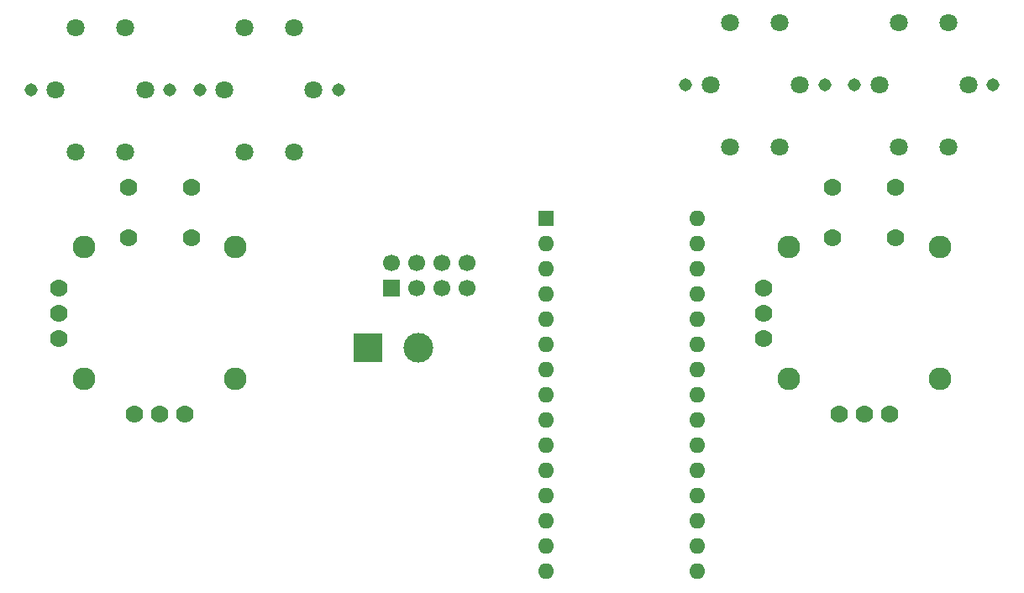
<source format=gbr>
%TF.GenerationSoftware,KiCad,Pcbnew,(6.0.9)*%
%TF.CreationDate,2023-02-05T16:32:41+11:00*%
%TF.ProjectId,RemoteController001,52656d6f-7465-4436-9f6e-74726f6c6c65,rev?*%
%TF.SameCoordinates,Original*%
%TF.FileFunction,Soldermask,Bot*%
%TF.FilePolarity,Negative*%
%FSLAX46Y46*%
G04 Gerber Fmt 4.6, Leading zero omitted, Abs format (unit mm)*
G04 Created by KiCad (PCBNEW (6.0.9)) date 2023-02-05 16:32:41*
%MOMM*%
%LPD*%
G01*
G04 APERTURE LIST*
%ADD10C,1.800000*%
%ADD11C,1.308000*%
%ADD12R,3.000000X3.000000*%
%ADD13C,3.000000*%
%ADD14R,1.700000X1.700000*%
%ADD15C,1.700000*%
%ADD16R,1.600000X1.600000*%
%ADD17O,1.600000X1.600000*%
%ADD18C,1.778000*%
%ADD19C,2.286000*%
G04 APERTURE END LIST*
D10*
%TO.C,S3*%
X141500000Y-79000000D03*
X132500000Y-79000000D03*
X134500000Y-72750000D03*
X139500000Y-72750000D03*
X134500000Y-85250000D03*
X139500000Y-85250000D03*
D11*
X130000000Y-79000000D03*
X144000000Y-79000000D03*
%TD*%
D12*
%TO.C,J1*%
X146960000Y-105000000D03*
D13*
X152040000Y-105000000D03*
%TD*%
D14*
%TO.C,U4*%
X149375000Y-99000000D03*
D15*
X149375000Y-96460000D03*
X151915000Y-99000000D03*
X151915000Y-96460000D03*
X154455000Y-99000000D03*
X154455000Y-96460000D03*
X156995000Y-99000000D03*
X156995000Y-96460000D03*
%TD*%
D10*
%TO.C,S2*%
X190500000Y-78500000D03*
X181500000Y-78500000D03*
X183500000Y-72250000D03*
X188500000Y-72250000D03*
X183500000Y-84750000D03*
X188500000Y-84750000D03*
D11*
X179000000Y-78500000D03*
X193000000Y-78500000D03*
%TD*%
D10*
%TO.C,S4*%
X115500000Y-79000000D03*
X124500000Y-79000000D03*
X117500000Y-72750000D03*
X122500000Y-72750000D03*
X117500000Y-85250000D03*
X122500000Y-85250000D03*
D11*
X113000000Y-79000000D03*
X127000000Y-79000000D03*
%TD*%
D16*
%TO.C,A1*%
X164890000Y-91950000D03*
D17*
X164890000Y-94490000D03*
X164890000Y-97030000D03*
X164890000Y-99570000D03*
X164890000Y-102110000D03*
X164890000Y-104650000D03*
X164890000Y-107190000D03*
X164890000Y-109730000D03*
X164890000Y-112270000D03*
X164890000Y-114810000D03*
X164890000Y-117350000D03*
X164890000Y-119890000D03*
X164890000Y-122430000D03*
X164890000Y-124970000D03*
X164890000Y-127510000D03*
X180130000Y-127510000D03*
X180130000Y-124970000D03*
X180130000Y-122430000D03*
X180130000Y-119890000D03*
X180130000Y-117350000D03*
X180130000Y-114810000D03*
X180130000Y-112270000D03*
X180130000Y-109730000D03*
X180130000Y-107190000D03*
X180130000Y-104650000D03*
X180130000Y-102110000D03*
X180130000Y-99570000D03*
X180130000Y-97030000D03*
X180130000Y-94490000D03*
X180130000Y-91950000D03*
%TD*%
D18*
%TO.C,U1*%
X193825000Y-88800000D03*
X200175000Y-88800000D03*
X193825000Y-93880000D03*
X200175000Y-93880000D03*
X194460000Y-111660000D03*
X197000000Y-111660000D03*
X199540000Y-111660000D03*
D19*
X189380000Y-94832500D03*
X189380000Y-108167500D03*
X204620000Y-108167500D03*
X204620000Y-94832500D03*
D18*
X186840000Y-98960000D03*
X186840000Y-101500000D03*
X186840000Y-104040000D03*
%TD*%
D10*
%TO.C,S1*%
X207500000Y-78500000D03*
X198500000Y-78500000D03*
X200500000Y-72250000D03*
X205500000Y-72250000D03*
X200500000Y-84750000D03*
X205500000Y-84750000D03*
D11*
X196000000Y-78500000D03*
X210000000Y-78500000D03*
%TD*%
D18*
%TO.C,U2*%
X122825000Y-88800000D03*
X129175000Y-88800000D03*
X122825000Y-93880000D03*
X129175000Y-93880000D03*
X123460000Y-111660000D03*
X126000000Y-111660000D03*
X128540000Y-111660000D03*
D19*
X118380000Y-94832500D03*
X118380000Y-108167500D03*
X133620000Y-108167500D03*
X133620000Y-94832500D03*
D18*
X115840000Y-98960000D03*
X115840000Y-101500000D03*
X115840000Y-104040000D03*
%TD*%
M02*

</source>
